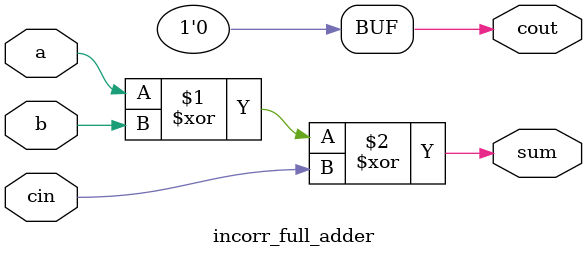
<source format=v>
module incorr_full_adder(a,b,cin,sum,cout);
input a,b,cin;
output sum,cout;
assign sum = a^b^cin;
assign cout = 1'b0; 
// initial begin
//     $display("The incorrect adder with or1 having out/0");
// end   
endmodule
</source>
